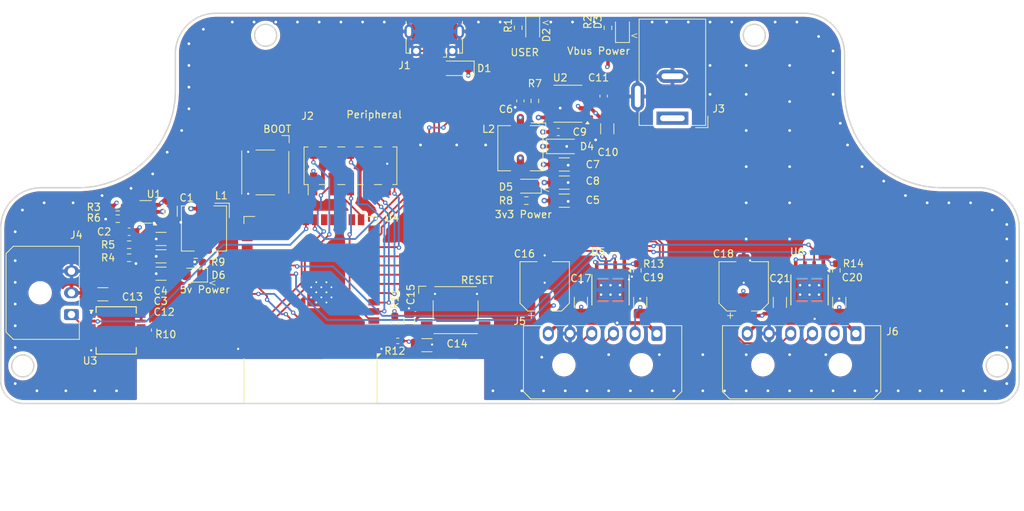
<source format=kicad_pcb>
(kicad_pcb (version 20241229) (generator "pcbnew") (generator_version "9.0")
  (layers (0 "F.Cu" signal) (4 "In1.Cu" signal) (6 "In2.Cu" signal) (2 "B.Cu" signal) (13 "F.Paste" user) (15 "B.Paste" user) (5 "F.SilkS" user "F.Silkscreen") (7 "B.SilkS" user "B.Silkscreen") (1 "F.Mask" user) (3 "B.Mask" user) (25 "Edge.Cuts" user))
  (net 0 "")
  (net 1 "Net-(U1-VBST)")
  (net 2 "Net-(U2-BOOT)")
  (net 3 "Net-(U2-SS)")
  (net 4 "Net-(D1-A)")
  (net 5 "Net-(D2-K)")
  (net 6 "GND")
  (net 7 "+3.3V")
  (net 8 "Net-(C6-Pad1)")
  (net 9 "Net-(D3-A)")
  (net 10 "+5V")
  (net 11 "Net-(D5-K)")
  (net 13 "Net-(D2-A)")
  (net 14 "Net-(J4-Pin_1)")
  (net 15 "Net-(J5-Pin_1)")
  (net 16 "Net-(J5-Pin_6)")
  (net 17 "Net-(U1-EN)")
  (net 18 "Net-(U1-VFB)")
  (net 19 "Net-(U2-COMP)")
  (net 20 "Net-(U4-3V3)")
  (net 21 "Net-(U5-ILIM)")
  (net 30 "/NEOPIX")
  (net 31 "VBUS")
  (net 34 "/D+")
  (net 35 "/D-")
  (net 37 "/SW_NODE")
  (net 38 "/EN")
  (net 39 "/BOOT")
  (net 40 "/GPIO09")
  (net 41 "/GPIO03")
  (net 42 "/GPIO02")
  (net 43 "/GPIO10")
  (net 44 "/GPIO11")
  (net 45 "/GPIO14")
  (net 46 "/GPIO08")
  (net 47 "/GPIO07")
  (net 48 "/GPIO04")
  (net 49 "/GPIO01")
  (net 50 "/GPIO06")
  (net 51 "/GPIO05")
  (net 52 "/GPIO48")
  (net 53 "/GPIO45")
  (net 54 "/GPIO47")
  (net 55 "/GPIO42")
  (net 56 "/GPIO46")
  (net 57 "/GPIO21")
  (net 59 "Net-(D6-K)")
  (net 60 "/SW_NODE_5V")
  (net 61 "/E1b")
  (net 62 "Net-(J6-Pin_1)")
  (net 63 "Net-(J6-Pin_6)")
  (net 64 "Net-(U6-ILIM)")
  (net 65 "/E1a")
  (net 66 "/M1a")
  (net 67 "/M1b")
  (net 68 "/E2a")
  (net 69 "/E2b")
  (net 70 "/M2a")
  (net 71 "/M2b")
  (net 72 "/5V_NEOPIX")
  (footprint "LED_SMD:LED_0805_2012Metric_Pad1.15x1.40mm_HandSolder" (layer "F.Cu") (at 112.706127 91 180)
    (property "Reference" "D6")
    (property "Value" "5v Power")
  )
  (footprint "Package_SO:SSOP-14_5.3x6.2mm_P0.65mm" (layer "F.Cu") (at 101.95 98.65)
    (property "Reference" "U3")
    (property "Value" "74AHCT125")
  )
  (footprint "Resistor_SMD:R_0603_1608Metric_Pad0.98x0.95mm_HandSolder" (layer "F.Cu") (at 102.168627 81.6)
    (property "Reference" "R3")
    (property "Value" "22k")
  )
  (footprint "Capacitor_SMD:C_1206_3216Metric_Pad1.33x1.80mm_HandSolder" (layer "F.Cu") (at 163.8625 78.2)
    (property "Reference" "C8")
    (property "Value" "10u")
  )
  (footprint "Capacitor_SMD:C_0603_1608Metric_Pad1.08x0.95mm_HandSolder" (layer "F.Cu") (at 157.8 66.9125 -90)
    (property "Reference" "C6")
    (property "Value" "10n")
  )
  (footprint "Capacitor_SMD:C_1206_3216Metric_Pad1.33x1.80mm_HandSolder" (layer "F.Cu") (at 100.1125 93.65 180)
    (property "Reference" "C13")
    (property "Value" "10u")
  )
  (footprint "Capacitor_SMD:C_1206_3216Metric_Pad1.33x1.80mm_HandSolder" (layer "F.Cu") (at 163.8625 80.7)
    (property "Reference" "C5")
    (property "Value" "10u")
  )
  (footprint "Resistor_SMD:R_0603_1608Metric_Pad0.98x0.95mm_HandSolder" (layer "F.Cu") (at 103.743627 88.6)
    (property "Reference" "R4")
    (property "Value" "10k")
  )
  (footprint "Resistor_SMD:R_0603_1608Metric_Pad0.98x0.95mm_HandSolder" (layer "F.Cu") (at 103.743627 86.8)
    (property "Reference" "R5")
    (property "Value" "54.9k")
  )
  (footprint "Package_SO:Texas_HTSOP-8-1EP_3.9x4.9mm_P1.27mm_EP2.95x4.9mm_Mask2.4x3.1mm_ThermalVias" (layer "F.Cu") (at 170.25 93.05 -90)
    (property "Reference" "U5")
    (property "Value" "DRV8871DDA")
  )
  (footprint "Resistor_SMD:R_0402_1005Metric_Pad0.72x0.64mm_HandSolder" (layer "F.Cu") (at 140.8525 100.09)
    (property "Reference" "R12")
    (property "Value" "0R")
  )
  (footprint "LED_SMD:LED_0805_2012Metric_Pad1.15x1.40mm_HandSolder" (layer "F.Cu") (at 159.5 57.075 -90)
    (property "Reference" "D2")
    (property "Value" "USER")
  )
  (footprint "Connector_BarrelJack:BarrelJack_Wuerth_6941xx301002" (layer "F.Cu") (at 178.8 69.3 180)
    (property "Reference" "J3")
    (property "Value" "Barrel_Jack_Switch")
  )
  (footprint "Connector_Molex:Molex_Micro-Fit_3.0_43650-0300_1x03_P3.00mm_Horizontal" (layer "F.Cu") (at 95.77 96.45 90)
    (property "Reference" "J4")
    (property "Value" "NeoPixels")
  )
  (footprint "Connector_PinHeader_2.54mm:PinHeader_2x05_P2.54mm_Vertical_SMD" (layer "F.Cu") (at 134.32 75.875 90)
    (property "Reference" "J2")
    (property "Value" "Peripheral")
  )
  (footprint "Resistor_SMD:R_0603_1608Metric_Pad0.98x0.95mm_HandSolder" (layer "F.Cu") (at 201.45 90.3375 -90)
    (property "Reference" "R14")
    (property "Value" "68k")
  )
  (footprint "Diode_SMD:D_SOD-123F" (layer "F.Cu") (at 149.2 62.4 180)
    (property "Reference" "D1")
    (property "Value" "MBR120VLSFT1G")
  )
  (footprint "Package_SO:SOIC-8_3.9x4.9mm_P1.27mm" (layer "F.Cu") (at 164.3675 67.295 180)
    (property "Reference" "U2")
    (property "Value" "TPS5403")
  )
  (footprint "Capacitor_SMD:CP_Elec_6.3x7.7" (layer "F.Cu") (at 161.155 92.55 90)
    (property "Reference" "C16")
    (property "Value" "100u")
  )
  (footprint "Button_Switch_SMD:SW_SPST_Omron_B3FS-101xP" (layer "F.Cu") (at 148.85 95.84)
    (property "Reference" "SW2")
    (property "Value" "RESET")
  )
  (footprint "Capacitor_SMD:C_1206_3216Metric_Pad1.33x1.80mm_HandSolder" (layer "F.Cu") (at 166.155 94.77 -90)
    (property "Reference" "C17")
    (property "Value" "10u")
  )
  (footprint "Resistor_SMD:R_0603_1608Metric_Pad0.98x0.95mm_HandSolder" (layer "F.Cu") (at 102.168627 83.2 180)
    (property "Reference" "R6")
    (property "Value" "10k")
  )
  (footprint "Connector_USB:USB_Micro-B_Molex-105017-0001" (layer "F.Cu") (at 145.9 58.5375 180)
    (property "Reference" "J1")
    (property "Value" "USB_B_Micro")
  )
  (footprint "Package_TO_SOT_SMD:SOT-23-6" (layer "F.Cu") (at 106.018627 82.25 180)
    (property "Reference" "U1")
    (property "Value" "TPS563200")
  )
  (footprint "Resistor_SMD:R_0603_1608Metric_Pad0.98x0.95mm_HandSolder" (layer "F.Cu") (at 169.9 56.8 90)
    (property "Reference" "R2")
    (property "Value" "10k")
  )
  (footprint "Resistor_SMD:R_0402_1005Metric_Pad0.72x0.64mm_HandSolder" (layer "F.Cu") (at 107.2 98.6025 -90)
    (property "Reference" "R10")
    (property "Value" "0R")
  )
  (footprint "Resistor_SMD:R_0603_1608Metric_Pad0.98x0.95mm_HandSolder" (layer "F.Cu") (at 159.8 66.9125 90)
    (property "Reference" "R7")
    (property "Value" "10k")
  )
  (footprint "Capacitor_SMD:C_0603_1608Metric_Pad1.08x0.95mm_HandSolder" (layer "F.Cu") (at 169.3 66.245 -90)
    (property "Reference" "C11")
    (property "Value" "10n")
  )
  (footprint "Resistor_SMD:R_0603_1608Metric_Pad0.98x0.95mm_HandSolder" (layer "F.Cu") (at 158.625 80.7)
    (property "Reference" "R8")
    (property "Value" "220R")
  )
  (footprint "Capacitor_SMD:C_1206_3216Metric_Pad1.33x1.80mm_HandSolder" (layer "F.Cu") (at 108.151127 86 180)
    (property "Reference" "C4")
    (property "Value" "10u")
  )
  (footprint "Capacitor_SMD:C_1206_3216Metric_Pad1.33x1.80mm_HandSolder" (layer "F.Cu") (at 174.355 94.77 -90)
    (property "Reference" "C19")
    (property "Value" "10u")
  )
  (footprint "Button_Switch_SMD:SW_SPST_Omron_B3FS-101xP" (layer "F.Cu") (at 122.55 76.8 -90)
    (property "Reference" "SW1")
    (property "Value" "BOOT")
  )
  (footprint "LED_SMD:LED_0805_2012Metric_Pad1.15x1.40mm_HandSolder" (layer "F.Cu") (at 171.9 56.975 90)
    (property "Reference" "D3")
    (property "Value" "Vbus Power")
  )
  (footprint "Capacitor_SMD:C_1206_3216Metric_Pad1.33x1.80mm_HandSolder" (layer "F.Cu") (at 108.151127 88.4 180)
    (property "Reference" "C3")
    (property "Value" "10u")
  )
  (footprint "Capacitor_SMD:C_1206_3216Metric_Pad1.33x1.80mm_HandSolder" (layer "F.Cu") (at 193.65 94.77 -90)
    (property "Reference" "C21")
    (property "Value" "10u")
  )
  (footprint "Resistor_SMD:R_0603_1608Metric_Pad0.98x0.95mm_HandSolder" (layer "F.Cu") (at 112.951127 89.2)
    (property "Reference" "R9")
    (property "Value" "1k")
  )
  (footprint "Capacitor_SMD:C_1206_3216Metric_Pad1.33x1.80mm_HandSolder" (layer "F.Cu") (at 108.151127 90.8 180)
    (property "Reference" "C12")
    (property "Value" "10u")
  )
  (footprint "Capacitor_SMD:C_1206_3216Metric_Pad1.33x1.80mm_HandSolder" (layer "F.Cu") (at 201.85 94.77 -90)
    (property "Reference" "C20")
    (property "Value" "10u")
  )
  (footprint "Capacitor_SMD:C_0603_1608Metric_Pad1.08x0.95mm_HandSolder" (layer "F.Cu") (at 103.743627 85)
    (property "Reference" "C2")
    (property "Value" "0.1u")
  )
  (footprint "Capacitor_SMD:C_0603_1608Metric_Pad1.08x0.95mm_HandSolder" (layer "F.Cu") (at 163.0325 71.2 180)
    (property "Reference" "C9")
    (property "Value" "0.1u")
  )
  (footprint "Capacitor_SMD:C_1206_3216Metric_Pad1.33x1.80mm_HandSolder" (layer "F.Cu") (at 109.481127 82.1625 -90)
    (property "Reference" "C1")
    (property "Value" "10u")
  )
  (footprint "LED_SMD:LED_0805_2012Metric_Pad1.15x1.40mm_HandSolder" (layer "F.Cu") (at 158.825 78.7 180)
    (property "Reference" "D5")
    (property "Value" "3v3 Power")
  )
  (footprint "RF_Module:ESP32-S3-WROOM-1" (layer "F.Cu") (at 128.8 95.84 180)
    (property "Reference" "U4")
    (property "Value" "ESP32-S3-WROOM-1")
  )
  (footprint "Resistor_SMD:R_0603_1608Metric_Pad0.98x0.95mm_HandSolder" (layer "F.Cu") (at 157.5 56.7875 90)
    (property "Reference" "R1")
    (property "Value" "1k")
  )
  (footprint "Capacitor_SMD:C_1206_3216Metric_Pad1.33x1.80mm_HandSolder" (layer "F.Cu") (at 144.8875 100.69)
    (property "Reference" "C14")
    (property "Value" "10u")
  )
  (footprint "Resistor_SMD:R_0603_1608Metric_Pad0.98x0.95mm_HandSolder" (layer "F.Cu") (at 140.45 97.59 -90)
    (property "Reference" "R11")
    (property "Value" "10k")
  )
  (footprint "Inductor_SMD:L_TDK_SLF6025" (layer "F.Cu") (at 157.8 73.45 -90)
    (property "Reference" "L2")
    (property "Value" "4.7u")
  )
  (footprint "Resistor_SMD:R_0603_1608Metric_Pad0.98x0.95mm_HandSolder" (layer "F.Cu") (at 173.955 90.3375 -90)
    (property "Reference" "R13")
    (property "Value" "68k")
  )
  (footprint "Capacitor_SMD:C_1206_3216Metric_Pad1.33x1.80mm_HandSolder" (layer "F.Cu") (at 163.8625 75.7)
    (property "Reference" "C7")
    (property "Value" "10u")
  )
  (footprint "Capacitor_SMD:CP_Elec_6.3x7.7" (layer "F.Cu") (at 188.65 92.55 90)
    (property "Reference" "C18")
    (property "Value" "100u")
  )
  (footprint "Diode_SMD:D_SOD-123F" (layer "F.Cu") (at 163.6275 73.2)
    (property "Reference" "D4")
    (property "Value" "MBR120VLSFT1G")
  )
  (footprint "Package_SO:Texas_HTSOP-8-1EP_3.9x4.9mm_P1.27mm_EP2.95x4.9mm_Mask2.4x3.1mm_ThermalVias" (layer "F.Cu") (at 197.745 93.05 -90)
    (property "Reference" "U6")
    (property "Value" "DRV8871DDA")
  )
  (footprint "Inductor_SMD:L_TDK_SLF6025" (layer "F.Cu") (at 114.081127 84.55 -90)
    (property "Reference" "L1")
    (property "Value" "4.7u")
  )
  (footprint "Capacitor_SMD:C_0805_2012Metric_Pad1.18x1.45mm_HandSolder" (layer "F.Cu") (at 142.45 97.36 90)
    (property "Reference" "C15")
    (property "Value" "1u")
  )
  (footprint "Connector_Molex:Molex_Micro-Fit_3.0_43650-0600_1x06_P3.00mm_Horizontal" (layer "F.Cu") (at 204.15 99.08 180)
    (property "Reference" "J6")
    (property "Value" "Motor")
  )
  (footprint "Connector_Molex:Molex_Micro-Fit_3.0_43650-0600_1x06_P3.00mm_Horizontal" (layer "F.Cu") (at 176.655 99.08 180)
    (property "Reference" "J5")
    (property "Value" "Motor")
  )
  (footprint "Capacitor_SMD:C_1206_3216Metric_Pad1.33x1.80mm_HandSolder" (layer "F.Cu") (at 169.8 70.7625 -90)
    (property "Reference" "C10")
    (property "Value" "10u")
  )
  (gr_arc (start 216.048 78.912) (mid 206.528929 74.969071) (end 202.586 65.45) (stroke (width 0.2)) (layer "Edge.Cuts"))
  (gr_line (start 110.13 60.37) (end 110.13 65.449998) (stroke (width 0.2)) (layer "Edge.Cuts"))
  (gr_arc (start 196.998 54.782) (mid 200.949313 56.418687) (end 202.586 60.37) (stroke (width 0.2)) (layer "Edge.Cuts"))
  (gr_arc (start 226.716 105.582) (mid 225.786064 107.827064) (end 223.541 108.757) (stroke (width 0.2)) (layer "Edge.Cuts"))
  (gr_arc (start 221.128 78.912) (mid 225.079313 80.548687) (end 226.716 84.5) (stroke (width 0.2)) (layer "Edge.Cuts"))
  (gr_arc (start 89.175 108.757) (mid 86.929936 107.827064) (end 86 105.582) (stroke (width 0.2)) (layer "Edge.Cuts"))
  (gr_arc (start 110.13 65.449998) (mid 106.187071 74.969071) (end 96.667998 78.912) (stroke (width 0.2)) (layer "Edge.Cuts"))
  (gr_arc (start 110.13 60.37) (mid 111.766687 56.418687) (end 115.718 54.782) (stroke (width 0.2)) (layer "Edge.Cuts"))
  (gr_line (start 96.667998 78.912) (end 91.588 78.912) (stroke (width 0.2)) (layer "Edge.Cuts"))
  (gr_line (start 196.998 54.782) (end 115.718 54.782) (stroke (width 0.2)) (layer "Edge.Cuts"))
  (gr_circle (center 89.048 103.55) (end 90.572 103.55) (stroke (width 0.2)) (fill no) (layer "Edge.Cuts"))
  (gr_line (start 202.586 60.37) (end 202.586 65.45) (stroke (width 0.2)) (layer "Edge.Cuts"))
  (gr_line (start 216.048 78.912) (end 221.128 78.912) (stroke (width 0.2)) (layer "Edge.Cuts"))
  (gr_line (start 86 84.5) (end 86 105.582) (stroke (width 0.2)) (layer "Edge.Cuts"))
  (gr_circle (center 190.117871 57.83) (end 191.641871 57.83) (stroke (width 0.2)) (fill no) (layer "Edge.Cuts"))
  (gr_circle (center 223.668 103.55) (end 225.192 103.55) (stroke (width 0.2)) (fill no) (layer "Edge.Cuts"))
  (gr_circle (center 122.598129 57.83) (end 124.122129 57.83) (stroke (width 0.2)) (fill no) (layer "Edge.Cuts"))
  (gr_line (start 226.716 84.5) (end 226.716 105.582) (stroke (width 0.2)) (layer "Edge.Cuts"))
  (gr_arc (start 86 84.5) (mid 87.636687 80.548687) (end 91.588 78.912) (stroke (width 0.2)) (layer "Edge.Cuts"))
  (gr_line (start 89.175 108.757) (end 223.541 108.757) (stroke (width 0.2)) (layer "Edge.Cuts"))
  (gr_text "<" (at 172.86 58.4 0) (layer "F.SilkS") (effects (font (size 1 1) (thickness 0.1)) (justify left bottom)))
  (gr_text "<" (at 160.685 79.66 0) (layer "F.SilkS") (effects (font (size 1 1) (thickness 0.1)) (justify left bottom)))
  (gr_text "<" (at 160.6 56.6 0) (layer "F.SilkS") (effects (font (size 1 1) (thickness 0.1)) (justify left bottom)))
  (gr_text "<" (at 114.566127 92.6 0) (layer "F.SilkS") (effects (font (size 1 1) (thickness 0.1)) (justify left bottom)))
  (segment (start 104.881127 83.2) (end 103.081127 85) (width 0.25) (layer "F.Cu") (net 1))
  (segment (start 103.081127 85) (end 102.881127 85) (width 0.25) (layer "F.Cu") (net 1))
  (segment (start 164.8425 71.2) (end 163.895 71.2) (width 0.25) (layer "F.Cu") (net 2))
  (segment (start 166.8425 69.2) (end 164.8425 71.2) (width 0.25) (layer "F.Cu") (net 2))
  (segment (start 166.85 65.3825) (end 166.8425 65.39) (width 0.25) (layer "F.Cu") (net 3))
  (segment (start 169.3 65.3825) (end 166.85 65.3825) (width 0.25) (layer "F.Cu") (net 3))
  (segment (start 147.2 61.8) (end 147.8 62.4) (width 0.25) (layer "F.Cu") (net 4))
  (segment (start 147.2 60) (end 147.2 61.8) (width 0.25) (layer "F.Cu") (net 4))
  (segment (start 159.325 55.875) (end 159.5 56.05) (width 0.25) (layer "F.Cu") (net 5))
  (segment (start 157.5 55.875) (end 159.325 55.875) (width 0.25) (layer "F.Cu") (net 5))
  (segment (start 107.156127 83.2) (end 107.156127 83.775) (width 0.25) (layer "F.Cu") (net 6))
  (segment (start 173.23 91.25) (end 173.19 91.21) (width 0.5) (layer "F.Cu") (net 6))
  (segment (start 170.25 93.05) (end 171.35 93.05) (width 0.5) (layer "F.Cu") (net 6))
  (segment (start 144.6 60) (end 143.4 60) (width 0.25) (layer "F.Cu") (net 6))
  (segment (start 188.65 89.85) (end 189.523471 88.976529) (width 0.5) (layer "F.Cu") (net 6))
  (segment (start 146.45 100.69) (end 145.69 100.69) (width 0.25) (layer "F.Cu") (net 6))
  (segment (start 142.45 95.65) (end 142.4 95.6) (width 0.25) (layer "F.Cu") (net 6))
  (segment (start 157.105 67.775) (end 157.08 67.8) (width 0.25) (layer "F.Cu") (net 6))
  (segment (start 170.885 97.308302) (end 171.170782 97.594084) (width 0.25) (layer "F.Cu") (net 6))
  (segment (start 109.481127 83.725) (end 110.856127 83.725) (width 0.5) (layer "F.Cu") (net 6))
  (segment (start 120.05 101.1) (end 118.9 101.1) (width 0.25) (layer "F.Cu") (net 6))
  (segment (start 161.8925 67.93) (end 163.27 67.93) (width 0.25) (layer "F.Cu") (net 6))
  (segment (start 188.65 89.85) (end 188.65 92.05) (width 0.5) (layer "F.Cu") (net 6))
  (segment (start 163.27 67.93) (end 163.3 67.9) (width 0.25) (layer "F.Cu") (net 6))
  (segment (start 142.45 96.3225) (end 142.45 95.65) (width 0.25) (layer "F.Cu") (net 6))
  (segment (start 170.885 95.925) (end 170.885 97.308302) (width 0.25) (layer "F.Cu") (net 6))
  (segment (start 98.5 96.7) (end 98.5 96.2) (width 0.25) (layer "F.Cu") (net 6))
  (segment (start 161.155 88.274) (end 161.155 89.85) (width 0.5) (layer "F.Cu") (net 6))
  (segment (start 112.761373 89.2) (end 112.796127 89.165246) (width 0.25) (layer "F.Cu") (net 6))
  (segment (start 164.4 75.8) (end 165.325 75.8) (width 0.5) (layer "F.Cu") (net 6))
  (segment (start 198.38 95.925) (end 198.38 96.98) (width 0.5) (layer "F.Cu") (net 6))
  (segment (start 151.81 93.59) (end 151.8 93.6) (width 0.25) (layer "F.Cu") (net 6))
  (segment (start 169.8 72.325) (end 168.225 72.325) (width 0.5) (layer "F.Cu") (net 6))
  (segment (start 173.19 91.21) (end 172.155 90.175) (width 0.25) (layer "F.Cu") (net 6))
  (segment (start 164.5 80.7) (end 164.4 80.8) (width 0.5) (layer "F.Cu") (net 6))
  (segment (start 165.325 75.8) (end 165.425 75.7) (width 0.5) (layer "F.Cu") (net 6))
  (segment (start 106.588627 90.8) (end 107.481127 90.8) (width 0.5) (layer "F.Cu") (net 6))
  (segment (start 157.8 67.775) (end 157.105 67.775) (width 0.25) (layer "F.Cu") (net 6))
  (segment (start 171.35 93.05) (end 172.8 91.6) (width 0.5) (layer "F.Cu") (net 6))
  (segment (start 145.69 100.69) (end 145.6 100.6) (width 0.25) (layer "F.Cu") (net 6))
  (segment (start 145.99 93.59) (end 146 93.6) (width 0.25) (layer "F.Cu") (net 6))
  (segment (start 107.156127 83.775) (end 107.181127 83.8) (width 0.25) (layer "F.Cu") (net 6))
  (segment (start 165.0275 73.2) (end 164.2 73.2) (width 0.5) (layer "F.Cu") (net 6))
  (segment (start 174.355 93.2075) (end 174.355 94.25) (width 0.5) (layer "F.Cu") (net 6))
  (segment (start 201.85 93.2075) (end 201.85 94.25) (width 0.5) (layer "F.Cu") (net 6))
  (segment (start 168.225 72.325) (end 168.2 72.3) (width 0.5) (layer "F.Cu") (net 6))
  (segment (start 101.256127 83.2) (end 100.55 83.2) (width 0.25) (layer "F.Cu") (net 6))
  (segment (start 110.856127 83.725) (end 110.881127 83.7) (width 0.5) (layer "F.Cu") (net 6))
  (segment (start 139.4 78.4) (end 139.4 75.6) (width 0.25) (layer "F.Cu") (net 6))
  (segment (start 197.745 93.05) (end 198.925 93.05) (width 0.5) (layer "F.Cu") (net 6))
  (segment (start 198.38 96.98) (end 198.45 97.05) (width 0.5) (layer "F.Cu") (net 6))
  (segment (start 120.3 73.84) (end 120.19 73.95) (width 0.25) (layer "F.Cu") (net 6))
  (segment (start 120.3 79.86) (end 120.19 79.75) (width 0.25) (layer "F.Cu") (net 6))
  (segment (start 138.5 101.1) (end 138.6 101.2) (width 0.25) (layer "F.Cu") (net 6))
  (segment (start 144.85 93.59) (end 145.99 93.59) (width 0.25) (layer "F.Cu") (net 6))
  (segment (start 120.3 80.8) (end 120.3 79.86) (width 0.25) (layer "F.Cu") (net 6))
  (segment (start 118.9 101.1) (end 118.8 101.2) (width 0.25) (layer "F.Cu") (net 6))
  (segment (start 200.725 91.25) (end 199.65 90.175) (width 0.25) (layer "F.Cu") (net 6))
  (segment (start 104.656127 89.375) (end 104.681127 89.4) (width 0.25) (layer "F.Cu") (net 6))
  (segment (start 166.155 93.2075) (end 166.155 92.05) (width 0.5) (layer "F.Cu") (net 6))
  (segment (start 201.45 91.25) (end 200.725 91.25) (width 0.25) (layer "F.Cu") (net 6))
  (segment (start 198.925 93.05) (end 200.725 91.25) (width 0.5) (layer "F.Cu") (net 6))
  (segment (start 165.425 80.7) (end 164.5 80.7) (width 0.5) (layer "F.Cu") (net 6))
  (segment (start 98.5 100.6) (end 98.5 101.4) (width 0.25) (layer "F.Cu") (net 6))
  (segment (start 106.588627 88.4) (end 107.481127 88.4) (width 0.5) (layer "F.Cu") (net 6))
  (segment (start 161.155 89.85) (end 161.155 92.05) (width 0.5) (layer "F.Cu") (net 6))
  (segment (start 106.588627 86) (end 107.481127 86) (width 0.5) (layer "F.Cu") (net 6))
  (segment (start 100.55 83.2) (end 100.5 83.25) (width 0.25) (layer "F.Cu") (net 6))
  (segment (start 104.656127 88.6) (end 104.656127 89.375) (width 0.25) (layer "F.Cu") (net 6))
  (segment (start 112.038627 89.2) (end 112.761373 89.2) (width 0.25) (layer "F.Cu") (net 6))
  (segment (start 173.955 91.25) (end 173.23 91.25) (width 0.5) (layer "F.Cu") (net 6))
  (segment (start 193.65 93.2075) (end 193.65 92.05) (width 0.5) (layer "F.Cu") (net 6))
  (segment (start 137.55 101.1) (end 138.5 101.1) (width 0.25) (layer "F.Cu") (net 6))
  (segment (start 152.85 93.59) (end 151.81 93.59) (width 0.25) (layer "F.Cu") (net 6))
  (segment (start 120.3 72.8) (end 120.3 73.84) (width 0.25) (layer "F.Cu") (net 6))
  (segment (start 165.425 78.2) (end 164.4 78.2) (width 0.5) (layer "F.Cu") (net 6))
  (via (at 195 76) (size 0.76) (drill 0.38) (layers "F.Cu" "B.Cu") (net 6))
  (via (at 188.65 92.05) (size 0.6) (drill 0.3) (layers "F.Cu" "B.Cu") (net 6))
  (via (at 121 56) (size 0.76) (drill 0.38) (layers "F.Cu" "B.Cu") (net 6))
  (via (at 107.181127 83.8) (size 0.76) (drill 0.38) (layers "F.Cu" "B.Cu") (net 6))
  (via (at 189 86) (size 0.76) (drill 0.38) (layers "F.Cu" "B.Cu") (net 6))
  (via (at 187 56) (size 0.76) (drill 0.38) (layers "F.Cu" "B.Cu") (net 6))
  (via (at 201 107) (size 0.76) (drill 0.38) (layers "F.Cu" "B.Cu") (net 6))
  (via (at 162 56) (size 0.76) (drill 0.38) (layers "F.Cu" "B.Cu") (net 6))
  (via (at 213 107) (size 0.76) (drill 0.38) (layers "F.Cu" "B.Cu") (net 6))
  (via (at 88 98) (size 0.76) (drill 0.38) (layers "F.Cu" "B.Cu") (net 6))
  (via (at 155 56) (size 0.76) (drill 0.38) (layers "F.Cu" "B.Cu") (net 6))
  (via (at 96 81) (size 0.76) (drill 0.38) (layers "F.Cu" "B.Cu") (net 6))
  (via (at 195 107) (size 0.76) (drill 0.38) (layers "F.Cu" "B.Cu") (net 6))
  (via (at 120.19 79.75) (size 0.6) (drill 0.3) (layers "F.Cu" "B.Cu") (net 6))
  (via (at 158 107) (size 0.76) (drill 0.38) (layers "F.Cu" "B.Cu") (net 6))
  (via (at 114 57) (size 0.76) (drill 0.38) (layers "F.Cu" "B.Cu") (net 6))
  (via (at 211 80) (size 0.76) (drill 0.38) (layers "F.Cu" "B.Cu") (net 6))
  (via (at 157.08 67.8) (size 0.76) (drill 0.38) (layers "F.Cu" "B.Cu") (net 6))
  (via (at 202 70) (size 0.76) (drill 0.38) (layers "F.Cu" "B.Cu") (net 6))
  (via (at 88 101) (size 0.76) (drill 0.38) (layers "F.Cu" "B.Cu") (net 6))
  (via (at 189 107) (size 0.76) (drill 0.38) (layers "F.Cu" "B.Cu") (net 6))
  (via (at 220 81) (size 0.76) (drill 0.38) (layers "F.Cu" "B.Cu") (net 6))
  (via (at 111 71) (size 0.76) (drill 0.38) (layers "F.Cu" "B.Cu") (net 6))
  (via (at 195 62) (size 0.76) (drill 0.38) (layers "F.Cu" "B.Cu") (net 6))
  (via (at 201 66) (size 0.76) (drill 0.38) (layers "F.Cu" "B.Cu") (net 6))
  (via (at 198.45 97.05) (size 0.6) (drill 0.3) (layers "F.Cu" "B.Cu") (net 6))
  (via (at 214 81) (size 0.76) (drill 0.38) (layers "F.Cu" "B.Cu") (net 6))
  (via (at 167 107) (size 0.76) (drill 0.38) (layers "F.Cu" "B.Cu") (net 6))
  (via (at 201 60) (size 0.76) (drill 0.38) (layers "F.Cu" "B.Cu") (net 6))
  (via (at 164.4 78.2) (size 0.76) (drill 0.38) (layers "F.Cu" "B.Cu") (net 6))
  (via (at 181 56) (size 0.76) (drill 0.38) (layers "F.Cu" "B.Cu") (net 6))
  (via (at 176 107) (size 0.76) (drill 0.38) (layers "F.Cu" "B.Cu") (net 6))
  (via (at 225 92) (size 0.76) (drill 0.38) (layers "F.Cu" "B.Cu") (net 6))
  (via (at 149 73) (size 0.76) (drill 0.38) (layers "F.Cu" "B.Cu") (net 6))
  (via (at 225 84) (size 0.76) (drill 0.38) (layers "F.Cu" "B.Cu") (net 6))
  (via (at 142.4 95.6) (size 0.6) (drill 0.3) (layers "F.Cu" "B.Cu") (net 6))
  (via (at 104 79) (size 0.76) (drill 0.38) (layers "F.Cu" "B.Cu") (net 6))
  (via (at 201 63) (size 0.76) (drill 0.38) (layers "F.Cu" "B.Cu") (net 6))
  (via (at 189 102) (size 0.76) (drill 0.38) (layers "F.Cu" "B.Cu") (net 6))
  (via (at 88 92) (size 0.76) (drill 0.38) (layers "F.Cu" "B.Cu") (net 6))
  (via (at 189.523471 88.976529) (size 0.6) (drill 0.3) (layers "F.Cu" "B.Cu") (net 6))
  (via (at 195 67) (size 0.76) (drill 0.38) (layers "F.Cu" "B.Cu") (net 6))
  (via (at 161 107) (size 0.76) (drill 0.38) (layers "F.Cu" "B.Cu") (net 6))
  (via (at 204 107) (size 0.76) (drill 0.38) (layers "F.Cu" "B.Cu") (net 6))
  (via (at 118.8 101.2) (size 0.6) (drill 0.3) (layers "F.Cu" "B.Cu") (net 6))
  (via (at 166.155 92.05) (size 0.6) (drill 0.3) (layers "F.Cu" "B.Cu") (net 6))
  (via (at 170 107) (size 0.76) (drill 0.38) (layers "F.Cu" "B.Cu") (net 6))
  (via (at 179 107) (size 0.76) (drill 0.38) (layers "F.Cu" "B.Cu") (net 6))
  (via (at 88 89) (size 0.76) (drill 0.38) (layers "F.Cu" "B.Cu") (net 6))
  (via (at 165 56) (size 0.76) (drill 0.38) (layers "F.Cu" "B.Cu") (net 6))
  (via (at 199 58) (size 0.76) (drill 0.38) (layers "F.Cu" "B.Cu") (net 6))
  (via (at 91 107) (size 0.76) (drill 0.38) (layers "F.Cu" "B.Cu") (net 6))
  (via (at 112 65) (size 0.76) (drill 0.38) (layers "F.Cu" "B.Cu") (net 6))
  (via (at 88 95) (size 0.76) (drill 0.38) (layers "F.Cu" "B.Cu") (net 6))
  (via (at 201.85 94.25) (size 0.6) (drill 0.3) (layers "F.Cu" "B.Cu") (net 6))
  (via (at 112 59) (size 0.76) (drill 0.38) (layers "F.Cu" "B.Cu") (net 6))
  (via (at 110.881127 83.7) (size 0.76) (drill 0.38) (layers "F.Cu" "B.Cu") (net 6))
  (via (at 223 82) (size 0.76) (drill 0.38) (layers "F.Cu" "B.Cu") (net 6))
  (via (at 112.796127 89.165246) (size 0.76) (drill 0.38) (layers "F.Cu" "B.Cu") (net 6))
  (via (at 172.8 91.6) (size 0.6) (drill 0.3) (layers "F.Cu" "B.Cu") (net 6))
  (via (at 164.4 80.8) (size 0.76) (drill 0.38) (layers "F.Cu" "B.Cu") (net 6))
  (via (at 98.5 101.4) (size 0.6) (drill 0.3) (layers "F.Cu" "B.Cu") (net 6))
  (via (at 168 56) (size 0.76) (drill 0.38) (layers "F.Cu" "B.Cu") (net 6))
  (via (at 205 76) (size 0.76) (drill 0.38) (layers "F.Cu" "B.Cu") (net 6))
  (via (at 225 101) (size 0.76) (drill 0.38) (layers "F.Cu" "B.Cu") (net 6))
  (via (at 120.19 73.95) (size 0.6) (drill 0.3) (layers "F.Cu" "B.Cu") (net 6))
  (via (at 170 102) (size 0.76) (drill 0.38) (layers "F.Cu" "B.Cu") (net 6))
  (via (at 160.752936 102.352) (size 0.76) (drill 0.38) (layers "F.Cu" "B.Cu") (net 6))
  (via (at 146 93.6) (size 0.6) (drill 0.3) (layers "F.Cu" "B.Cu") (net 6))
  (via (at 144 73) (size 0.76) (drill 0.38) (layers "F.Cu" "B.Cu") (net 6))
  (via (at 89 82) (size 0.76) (drill 0.38) (layers "F.Cu" "B.Cu") (net 6))
  (via (at 164.4 75.8) (size 0.76) (drill 0.38) (layers "F.Cu" "B.Cu") (net 6))
  (via (at 210 107) (size 0.76) (drill 0.38) (layers "F.Cu" "B.Cu") (net 6))
  (via (at 207 107) (size 0.76) (drill 0.38) (layers "F.Cu" "B.Cu") (net 6))
  (via (at 189 81) (size 0.76) (drill 0.38) (layers "F.Cu" "B.Cu") (net 6))
  (via (at 184 66) (size 0.76) (drill 0.38) (layers "F.Cu" "B.Cu") (net 6))
  (via (at 189 76) (size 0.76) (drill 0.38) (layers "F.Cu" "B.Cu") (net 6))
  (via (at 104.681127 89.4) (size 0.76) (drill 0.38) (layers "F.Cu" "B.Cu") (net 6))
  (via (at 98.5 96.2) (size 0.6) (drill 0.3) (layers "F.Cu" "B.Cu") (net 6))
  (via (at 225 86) (size 0.76) (drill 0.38) (layers "F.Cu" "B.Cu") (net 6))
  (via (at 100 80) (size 0.76) (drill 0.38) (layers "F.Cu" "B.Cu") (net 6))
  (via (at 189 71) (size 0.76) (drill 0.38) (layers "F.Cu" "B.Cu") (net 6))
  (via (at 163.3 67.9) (size 0.76) (drill 0.38) (layers "F.Cu" "B.Cu") (net 6))
  (via (at 195 102) (size 0.76) (drill 0.38) (layers "F.Cu" "B.Cu") (net 6))
  (via (at 200 102) (size 0.76) (drill 0.38) (layers "F.Cu" "B.Cu") (net 6))
  (via (at 196 56) (size 0.76) (drill 0.38) (layers "F.Cu" "B.Cu") (net 6))
  (via (at 177 102) (size 0.76) (drill 0.38) (layers "F.Cu" "B.Cu") (net 6))
  (via (at 222 107) (size 0.76) (drill 0.38) (layers "F.Cu" "B.Cu") (net 6))
  (via (at 107.481127 88.4) (size 0.76) (drill 0.38) (layers "F.Cu" "B.Cu") (net 6))
  (via (at 139.4 75.6) (size 0.6) (drill 0.3) (layers "F.Cu" "B.Cu") (net 6))
  (via (at 100.5 83.25) (size 0.76) (drill 0.38) (layers "F.Cu" "B.Cu") (net 6))
  (via (at 92 81) (size 0.76) (drill 0.38) (layers "F.Cu" "B.Cu") (net 6))
  (via (at 216 107) (size 0.76) (drill 0.38) (layers "F.Cu" "B.Cu") (net 6))
  (via (at 112 62) (size 0.76) (drill 0.38) (layers "F.Cu" "B.Cu") (net 6))
  (via (at 127 56) (size 0.76) (drill 0.38) (layers "F.Cu" "B.Cu") (net 6))
  (via (at 208 78) (size 0.76) (drill 0.38) (layers "F.Cu" "B.Cu") (net 6))
  (via (at 99 107) (size 0.76) (drill 0.38) (layers "F.Cu" "B.Cu") (net 6))
  (via (at 164.2 73.2) (size 0.76) (drill 0.38) (layers "F.Cu" "B.Cu") (net 6))
  (via (at 153 73) (size 0.76) (drill 0.38) (layers "F.Cu" "B.Cu") (net 6))
  (via (at 151.8 93.6) (size 0.6) (drill 0.3) (layers "F.Cu" "B.Cu") (net 6))
  (via (at 193 56) (size 0.76) (drill 0.38) (layers "F.Cu" "B.Cu") (net 6))
  (via (at 130 56) (size 0.76) (drill 0.38) (layers "F.Cu" "B.Cu") (net 6))
  (via (at 225 89) (size 0.76) (drill 0.38) (layers "F.Cu" "B.Cu") (net 6))
  (via (at 184 56) (size 0.76) (drill 0.38) (layers "F.Cu" "B.Cu") (net 6))
  (via (at 225 95) (size 0.76) (drill 0.38) (layers "F.Cu" "B.Cu") (net 6))
  (via (at 136 56) (size 0.76) (drill 0.38) (layers "F.Cu" "B.Cu") (net 6))
  (via (at 124 56) (size 0.76) (drill 0.38) (layers "F.Cu" "B.Cu") (net 6))
  (via (at 174.355 94.25) (size 0.6) (drill 0.3) (layers "F.Cu" "B.Cu") (net 6))
  (via (at 183 107) (size 0.76) (drill 0.38) (layers "F.Cu" "B.Cu") (net 6))
  (via (at 173 107) (size 0.76) (drill 0.38) (layers "F.Cu" "B.Cu") (net 6))
  (via (at 139 56) (size 0.76) (drill 0.38) (layers "F.Cu" "B.Cu") (net 6))
  (via (at 112 68) (size 0.76) (drill 0.38) (layers "F.Cu" "B.Cu") (net 6))
  (via (at 107.481127 86) (size 0.76) (drill 0.38) (layers "F.Cu" "B.Cu") (net 6))
  (via (at 171.170782 97.594084) (size 0.76) (drill 0.38) (layers "F.Cu" "B.Cu") (net 6))
  (via (at 183 102) (size 0.76) (drill 0.38) (layers "F.Cu" "B.Cu") (net 6))
  (via (at 138.6 101.2) (size 0.6) (drill 0.3) (layers "F.Cu" "B.Cu") (net 6))
  (via (at 133 56) (size 0.76) (drill 0.38) (layers "F.Cu" "B.Cu") (net 6))
  (via (at 107.481127 90.8) (size 0.76) (drill 0.38) (layers "F.Cu" "B.Cu") (net 6))
  (via (at 225 106) (size 0.76) (drill 0.38) (layers "F.Cu" "B.Cu") (net 6))
  (via (at 198 107) (size 0.76) (drill 0.38) (layers "F.Cu" "B.Cu") (net 6))
  (via (at 173.19 91.21) (size 0.6) (drill 0.3) (layers "F.Cu" "B.Cu") (net 6))
  (via (at 88 106) (size 0.76) (drill 0.38) (layers "F.Cu" "B.Cu") (net 6))
  (via (at 161.155 88.274) (size 0.6) (drill 0.3) (layers "F.Cu" "B.Cu") (net 6))
  (via (at 189 62) (size 0.76) (drill 0.38) (layers "F.Cu" "B.Cu") (net 6))
  (via (at 189 66) (size 0.76) (drill 0.38) (layers "F.Cu" "B.Cu") (net 6))
  (via (at 168.2 72.3) (size 0.76) (drill 0.38) (layers "F.Cu" "B.Cu") (net 6))
  (via (at 88 85) (size 0.76) (drill 0.38) (layers "F.Cu" "B.Cu") (net 6))
  (via (at 178 56) (size 0.76) (drill 0.38) (layers "F.Cu" "B.Cu") (net 6))
  (via (at 225 98) (size 0.76) (drill 0.38) (layers "F.Cu" "B.Cu") (net 6))
  (via (at 102 107) (size 0.76) (drill 0.38) (layers "F.Cu" "B.Cu") (net 6))
  (via (at 195 86) (size 0.76) (drill 0.38) (layers "F.Cu" "B.Cu") (net 6))
  (via (at 192 107) (size 0.76) (drill 0.38) (layers "F.Cu" "B.Cu") (net 6))
  (via (at 95 107) (size 0.76) (drill 0.38) (layers "F.Cu" "B.Cu") (net 6))
  (via (at 203 73) (size 0.76) (drill 0.38) (layers "F.Cu" "B.Cu") (net 6))
  (via (at 145.6 100.6) (size 0.6) (drill 0.3) (layers "F.Cu" "B.Cu") (net 6))
  (via (at 219 107) (size 0.76) (drill 0.38) (layers "F.Cu" "B.Cu") (net 6))
  (via (at 176 56) (size 0.76) (drill 0.38) (layers "F.Cu" "B.Cu") (net 6))
  (via (at 195 81) (size 0.76) (drill 0.38) (layers "F.Cu" "B.Cu") (net 6))
  (via (at 161.155 92.05) (size 0.6) (drill 0.3) (layers "F.Cu" "B.Cu") (net 6))
  (via (at 193.65 92.05) (size 0.6) (drill 0.3) (layers "F.Cu" "B.Cu") (net 6))
  (via (at 184 62) (size 0.76) (drill 0.38) (layers "F.Cu" "B.Cu") (net 6))
  (via (at 164 107) (size 0.76) (drill 0.38) (layers "F.Cu" "B.Cu") (net 6))
  (via (at 118 56) (size 0.76) (drill 0.38) (layers "F.Cu" "B.Cu") (net 6))
  (via (at 107 77) (size 0.76) (drill 0.38) (layers "F.Cu" "B.Cu") (net 6))
  (via (at 152 56) (size 0.76) (drill 0.38) (layers "F.Cu" "B.Cu") (net 6))
  (via (at 154 107) (size 0.76) (drill 0.38) (layers "F.Cu" "B.Cu") (net 6))
  (via (at 109 74) (size 0.76) (drill 0.38) (layers "F.Cu" "B.Cu") (net 6))
  (via (at 217 81) (size 0.76) (drill 0.38) (layers "F.Cu" "B.Cu") (net 6))
  (via (at 195 71) (size 0.76) (drill 0.38) (layers "F.Cu" "B.Cu") (net 6))
  (via (at 186 107) (size 0.76) (drill 0.38) (layers "F.Cu" "B.Cu") (net 6))
  (segment (start 173.19 91.21) (end 172.8 91.6) (width 0.5) (layer "B.Cu") (net 6))
  (segment (start 129.24 76.64) (end 129.2 76.6) (width 0.25) (layer "F.Cu") (net 7))
  (segment (start 156.375 74.775) (end 157.8 76.2) (width 0.25) (layer "F.Cu") (net 7))
  (segment (start 162.3 80.7) (end 161.1 80.7) (width 0.5) (layer "F.Cu") (net 7))
  (segment (start 142.835 100.2) (end 143.325 100.69) (width 0.25) (layer "F.Cu") (net 7))
  (segment (start 142.29 100.09) (end 142.4 100.2) (width 0.25) (layer "F.Cu") (net 7))
  (segment (start 174.355 96.3325) (end 174.355 95.45) (width 0.5) (layer "F.Cu") (net 7))
  (segment (start 162.3 78.2) (end 161.1 78.2) (width 0.5) (layer "F.Cu") (net 7))
  (segment (start 129.24 78.4) (end 129.24 76.64) (width 0.25) (layer "F.Cu") (net 7))
  (segment (start 201.85 96.3325) (end 201.85 95.45) (width 0.5) (layer "F.Cu") (net 7))
  (segment (start 161.8925 65.39) (end 161.592501 65.090001) (width 0.25) (layer "F.Cu") (net 7))
  (segment (start 141.45 100.09) (end 142.29 100.09) (width 0.25) (layer "F.Cu") (net 7))
  (segment (start 140.45 96.6775) (end 140.45 96.05) (width 0.25) (layer "F.Cu") (net 7))
  (segment (start 157.8 76.2) (end 157.8 74.8) (width 1) (layer "F.Cu") (net 7))
  (segment (start 157.8 78.7) (end 157.8 76.2) (width 0.25) (layer "F.Cu") (net 7))
  (segment (start 157.309999 65.090001) (end 156.375 66.025) (width 0.25) (layer "F.Cu") (net 7))
  (segment (start 162.3 75.7) (end 161 75.7) (width 0.5) (layer "F.Cu") (net 7))
  (segment (start 156.375 66.025) (end 156.375 74.775) (width 0.25) (layer "F.Cu") (net 7))
  (segment (start 161.592501 65.090001) (end 157.309999 65.090001) (width 0.25) (layer "F.Cu") (net 7))
  (segment (start 140.45 96.05) (end 140.4 96) (width 0.25) (layer "F.Cu") (net 7))
  (segment (start 142.4 100.2) (end 142.835 100.2) (width 0.25) (layer "F.Cu") (net 7))
  (via (at 157.8 74.8) (size 0.76) (drill 0.38) (layers "F.Cu" "B.Cu") (net 7))
  (via (at 161.1 80.7) (size 0.76) (drill 0.38) (layers "F.Cu" "B.Cu") (net 7))
  (via (at 140.4 96) (size 0.6) (drill 0.3) (layers "F.Cu" "B.Cu") (net 7))
  (via (at 161.1 78.2) (size 0.76) (drill 0.38) (layers "F.Cu" "B.Cu") (net 7))
  (via (at 142.4 100.2) (size 0.6) (drill 0.3) (layers "F.Cu" "B.Cu") (net 7))
  (via (at 129.2 76.6) (size 0.6) (drill 0.3) (layers "F.Cu" "B.Cu") (net 7))
  (via (at 201.85 95.45) (size 0.6) (drill 0.3) (layers "F.Cu" "B.Cu") (net 7))
  (via (at 161 75.7) (size 0.76) (drill 0.38) (layers "F.Cu" "B.Cu") (net 7))
  (via (at 174.355 95.45) (size 0.6) (drill 0.3) (layers "F.Cu" "B.Cu") (net 7))
  (segment (start 173.655 96.15) (end 173.655 99.08) (width 0.25) (layer "B.Cu") (net 7))
  (segment (start 174.355 95.45) (end 173.655 96.15) (width 0.25) (layer "B.Cu") (net 7))
  (segment (start 157.85 66) (end 157.8 66.05) (width 0.25) (layer "F.Cu") (net 8))
  (segment (start 159.8 66) (end 157.85 66) (width 0.25) (layer "F.Cu") (net 8))
  (segment (start 169.9 55.8875) (end 171.8375 55.8875) (width 0.25) (layer "F.Cu") (net 9))
  (segment (start 171.8375 55.8875) (end 171.9 55.95) (width 0.25) (layer "F.Cu") (net 9))
  (segment (start 109.713627 88.4) (end 110.881127 88.4) (width 0.5) (layer "F.Cu") (net 10))
  (segment (start 108.313627 92.2) (end 109.713627 90.8) (width 0.25) (layer "F.Cu") (net 10))
  (segment (start 105.601127 87.745) (end 105.601127 91.6951) (width 0.25) (layer "F.Cu") (net 10))
  (segment (start 109.713627 86) (end 110.981127 86) (width 0.5) (layer "F.Cu") (net 10))
  (segment (start 105.601127 91.6951) (end 106.106027 92.2) (width 0.25) (layer "F.Cu") (net 10))
  (segment (start 106.106027 92.2) (end 108.313627 92.2) (width 0.25) (layer "F.Cu") (net 10))
  (segment (start 109.713627 90.8) (end 110.881127 90.8) (width 0.5) (layer "F.Cu") (net 10))
  (segment (start 114.081127 87.3) (end 114.081127 85.9) (width 0.5) (layer "F.Cu") (net 10))
  (segment (start 104.656127 86.8) (end 105.601127 87.745) (width 0.25) (layer "F.Cu") (net 10))
  (segment (start 159.5375 80.7) (end 159.5375 79.0125) (width 0.25) (layer "F.Cu") (net 11))
  (segment (start 159.5375 79.0125) (end 159.85 78.7) (width 0.25) (layer "F.Cu") (net 11))
  (segment (start 159.5 58.1) (end 147.175 70.425) (width 0.25) (layer "F.Cu") (net 13))
  (segment (start 145.2 75.8) (end 137.8 83.2) (width 0.25) (layer "F.Cu") (net 13))
  (segment (start 145.2 70.6) (end 145.2 75.8) (width 0.25) (layer "F.Cu") (net 13))
  (segment (start 129.4 83.375) (end 129.435 83.34) (width 0.25) (layer "F.Cu") (net 13))
  (segment (start 129.4 84.6) (end 129.4 83.375) (width 0.25) (layer "F.Cu") (net 13))
  (segment (start 147.175 70.425) (end 147.175 70.6) (width 0.25) (layer "F.Cu") (net 13))
  (via (at 145.2 70.6) (size 0.6) (drill 0.3) (layers "F.Cu" "B.Cu") (net 13))
  (via (at 129.4 84.6) (size 0.6) (drill 0.3) (layers "F.Cu" "B.Cu") (net 13))
  (via (at 147.175 70.6) (size 0.6) (drill 0.3) (layers "F.Cu" "B.Cu") (net 13))
  (via (at 137.8 83.2) (size 0.6) (drill 0.3) (layers "F.Cu" "B.Cu") (net 13))
  (segment (start 137.8 83.2) (end 134.999 86.001) (width 0.25) (layer "B.Cu") (net 13))
  (segment (start 134.999 86.001) (end 130.801 86.001) (width 0.25) (layer "B.Cu") (net 13))
  (segment (start 130.801 86.001) (end 129.4 84.6) (width 0.25) (layer "B.Cu") (net 13))
  (segment (start 147.175 70.6) (end 145.2 70.6) (width 0.25) (layer "B.Cu") (net 13))
  (segment (start 95.77 96.45) (end 97.32 98) (width 0.25) (layer "F.Cu") (net 14))
  (segment (start 97.32 98) (end 98.5 98) (width 0.25) (layer "F.Cu") (net 14))
  (segment (start 172.999 97.619) (end 175.194 97.619) (width 0.5) (layer "F.Cu") (net 15))
  (segment (start 175.194 97.619) (end 176.655 99.08) (width 0.5) (layer "F.Cu") (net 15))
  (segment (start 172.155 95.925) (end 172.155 96.775) (width 0.5) (layer "F.Cu") (net 15))
  (segment (start 172.155 96.775) (end 172.999 97.619) (width 0.5) (layer "F.Cu") (net 15))
  (segment (start 168.903 97.619) (end 163.116 97.619) (width 0.5) (layer "F.Cu") (net 16))
  (segment (start 169.615 95.925) (end 169.615 96.907) (width 0.5) (layer "F.Cu") (net 16))
  (segment (start 163.116 97.619) (end 161.655 99.08) (width 0.5) (layer "F.Cu") (net 16))
  (segment (start 169.615 96.907) (end 168.903 97.619) (width 0.5) (layer "F.Cu") (net 16))
  (segment (start 104.031127 82.25) (end 103.081127 83.2) (width 0.25) (layer "F.Cu") (net 17))
  (segment (start 104.881127 82.25) (end 104.031127 82.25) (width 0.25) (layer "F.Cu") (net 17))
  (segment (start 104.881127 82.25) (end 103.731127 82.25) (width 0.25) (layer "F.Cu") (net 17))
  (segment (start 103.731127 82.25) (end 103.081127 81.6) (width 0.25) (layer "F.Cu") (net 17))
  (segment (start 105.481127 85.2249) (end 105.481127 85.464576) (width 0.25) (layer "F.Cu") (net 18))
  (segment (start 102.831127 88.6) (end 102.831127 86.8) (width 0.25) (layer "F.Cu") (net 18))
  (segment (start 104.945703 86) (end 103.631127 86) (width 0.25) (layer "F.Cu") (net 18))
  (segment (start 106.081127 81.837501) (end 106.081127 84.6249) (width 0.25) (layer "F.Cu") (net 18))
  (segment (start 103.631127 86) (end 102.831127 86.8) (width 0.25) (layer "F.Cu") (net 18))
  (segment (start 106.081127 84.6249) (end 105.481127 85.2249) (width 0.25) (layer "F.Cu") (net 18))
  (segment (start 105.481127 85.464576) (end 104.945703 86) (width 0.25) (layer "F.Cu") (net 18))
  (segment (start 104.881127 81.3) (end 105.543626 81.3) (width 0.25) (layer "F.Cu") (net 18))
  (segment (start 105.543626 81.3) (end 106.081127 81.837501) (width 0.25) (layer "F.Cu") (net 18))
  (segment (start 161.8925 66.66) (end 160.965 66.66) (width 0.25) (layer "F.Cu") (net 19))
  (segment (start 160.965 66.66) (end 159.8 67.825) (width 0.25) (layer "F.Cu") (net 19))
  (segment (start 137.55 99.83) (end 139.995 99.83) (width 0.5) (layer "F.Cu") (net 20))
  (segment (start 139.995 99.83) (end 140.255 100.09) (width 0.5) (layer "F.Cu") (net 20))
  (segment (start 168.347974 89.083749) (end 168.214254 89.083749) (width 0.25) (layer "F.Cu") (net 21))
  (segment (start 168.214254 89.083749) (end 168.129761 89.168242) (width 0.25) (layer "F.Cu") (net 21))
  (segment (start 168.355 89.090775) (end 168.347974 89.083749) (width 0.25) (layer "F.Cu") (net 21))
  (segment (start 168.355 90.165) (end 168.355 89.090775) (width 0.25) (layer "F.Cu") (net 21))
  (segment (start 173.38 89.425) (end 173.355 89.45) (width 0.25) (layer "F.Cu") (net 21))
  (segment (start 168.345 90.175) (end 168.355 90.165) (width 0.25) (layer "F.Cu") (net 21))
  (segment (start 173.955 89.425) (end 173.38 89.425) (width 0.25) (layer "F.Cu") (net 21))
  (segment (start 168.129761 89.168242) (end 168.129761 89.200257) (width 0.25) (layer "F.Cu") (net 21))
  (via (at 168.129761 89.200257) (size 0.6) (drill 0.3) (layers "F.Cu" "B.Cu") (net 21))
  (via (at 173.355 89.45) (size 0.6) (drill 0.3) (layers "F.Cu" "B.Cu") (net 21))
  (segment (start 173.355 89.45) (end 173.305 89.5) (width 0.25) (layer "B.Cu") (net 21))
  (segment (start 173.305 89.5) (end 168.429504 89.5) (width 0.25) (layer "B.Cu") (net 21))
  (segment (start 168.429504 89.5) (end 168.129761 89.200257) (width 0.25) (layer "B.Cu") (net 21))
  (segment (start 98.55 97.4) (end 98.5 97.35) (width 0.25) (layer "F.Cu") (net 30))
  (segment (start 128.165 84.565) (end 128.2 84.6) (width 0.25) (layer "F.Cu") (net 30))
  (segment (start 128.165 83.34) (end 128.165 84.565) (width 0.25) (layer "F.Cu") (net 30))
  (segment (start 99.4 97.4) (end 98.55 97.4) (width 0.25) (layer "F.Cu") (net 30))
  (via (at 128.2 84.6) (size 0.6) (drill 0.3) (layers "F.Cu" "B.Cu") (net 30))
  (via (at 99.4 97.4) (size 0.6) (drill 0.3) (layers "F.Cu" "B.Cu") (net 30))
  (segment (start 106.114702 97.4) (end 99.4 97.4) (width 0.25) (layer "B.Cu") (net 30))
  (segment (start 116.714702 86.8) (end 106.114702 97.4) (width 0.25) (layer "B.Cu") (net 30))
  (segment (start 128.2 84.6) (end 126 86.8) (width 0.25) (layer "B.Cu") (net 30))
  (segment (start 126 86.8) (end 116.714702 86.8) (width 0.25) (layer "B.Cu") (net 30))
  (segment (start 166.5625 95.925) (end 166.155 96.3325) (width 0.5) (layer "F.Cu") (net 31))
  (segment (start 195.84 95.925) (end 194.0575 95.925) (width 0.5) (layer "F.Cu") (net 31))
  (segment (start 188.65 93.25) (end 188.6 93.2) (width 0.25) (layer "F.Cu") (net 31))
  (segment (start 166.155 95.445) (end 166.2 95.4) (width 0.5) (layer "F.Cu") (net 31))
  (segment (start 168.345 95.925) (end 166.5625 95.925) (width 0.5) (layer "F.Cu") (net 31))
  (segment (start 101.4 81.6) (end 102 81) (width 0.5) (layer "F.Cu") (net 31))
  (segment (start 169.9 57.7125) (end 169.9 62.1) (width 0.5) (layer "F.Cu") (net 31))
  (segment (start 109.481127 80.6) (end 108.6 80.6) (width 0.5) (layer "F.Cu") (net 31))
  (segment (start 166.8425 67.93) (end 167.53 67.93) (width 0.5) (layer "F.Cu") (net 31))
  (segment (start 167.53 67.93) (end 168.2 68.6) (width 0.5) (layer "F.Cu") (net 31))
  (segment (start 188.65 95.25) (end 188.65 93.25) (width 0.25) (layer "F.Cu") (net 31))
  (segment (start 101.256127 81.6) (end 101.4 81.6) (width 0.5) (layer "F.Cu") (net 31))
  (segment (start 168.8 69.2) (end 168.2 68.6) (width 0.5) (layer "F.Cu") (net 31))
  (segment (start 107.9 81.3) (end 108.2 81) (width 0.5) (layer "F.Cu") (net 31))
  (segment (start 166.068527 67.93) (end 165.759018 67.620491) (width 0.5) (layer "F.Cu") (net 31))
  (segment (start 150.6 62.4) (end 150.6 63.4) (width 0.5) (layer "F.Cu") (net 31))
  (segment (start 166.155 96.3325) (end 166.155 95.445) (width 0.5) (layer "F.Cu") (net 31))
  (segment (start 191.2 96.6) (end 190 96.6) (width 0.5) (layer "F.Cu") (net 31))
  (segment (start 161.155 95.25) (end 162.35 95.25) (width 0.5) (layer "F.Cu") (net 31))
  (segment (start 193.65 96.3325) (end 191.4675 96.3325) (width 0.5) (layer "F.Cu") (net 31))
  (segment (start 107.156127 81.3) (end 107.9 81.3) (width 0.5) (layer "F.Cu") (net 31))
  (segment (start 169.8 69.2) (end 168.8 69.2) (width 0.5) (layer "F.Cu") (net 31))
  (segment (start 162.35 95.25) (end 162.4 95.2) (width 0.5) (layer "F.Cu") (net 31))
  (segment (start 166.8425 67.93) (end 166.068527 67.93) (width 0.5) (layer "F.Cu") (net 31))
  (segment (start 108.6 80.6) (end 108.2 81) (width 0.5) (layer "F.Cu") (net 31))
  (segment (start 194.0575 95.925) (end 193.65 96.3325) (width 0.5) (layer "F.Cu") (net 31))
  (segment (start 191.4675 96.3325) (end 191.2 96.6) (width 0.5) (layer "F.Cu") (net 31))
  (segment (start 169.9 62.1) (end 169.8 62.2) (width 0.5) (layer "F.Cu") (net 31))
  (segment (start 190 96.6) (end 189.145682 95.745682) (width 0.5) (layer "F.Cu") (net 31))
  (via (at 108.2 81) (size 0.6) (drill 0.3) (layers "F.Cu" "B.Cu") (net 31))
  (via (at 166.2 95.4) (size 0.6) (drill 0.3) (layers "F.Cu" "B.Cu") (net 31))
  (via (at 162.4 95.2) (size 0.6) (drill 0.3) (layers "F.Cu" "B.Cu") (net 31))
  (via (at 168.2 68.6) (size 0.6) (drill 0.3) (layers "F.Cu" "B.Cu") (net 31))
  (via (at 191.2 96.6) (size 0.6) (drill 0.3) (layers "F.Cu" "B.Cu") (net 31))
  (via (at 188.6 93.2) (size 0.6) (drill 0.3) (layers "F.Cu" "B.Cu") (net 31))
  (via (at 102 81) (size 0.6) (drill 0.3) (layers "F.Cu" "B.Cu") (net 31))
  (via (at 165.759018 67.620491) (size 0.6) (drill 0.3) (layers "F.Cu" "B.Cu") (net 31))
  (via (at 150.6 63.4) (size 0.6) (drill 0.3) (layers "F.Cu" "B.Cu") (net 31))
  (via (at 169.8 62.2) (size 0.6) (drill 0.3) (layers "F.Cu" "B.Cu") (net 31))
  (segment (start 145.9 60) (end 145.9 76.24) (width 0.25) (layer "F.Cu") (net 34))
  (segment (start 145.9 76.24) (end 137.55 84.59) (width 0.25) (layer "F.Cu") (net 34))
  (segment (start 146.55 60) (end 146.55 76.45) (width 0.25) (layer "F.Cu") (net 35))
  (segment (start 137.966 85.86) (end 137.55 85.86) (width 0.25) (layer "F.Cu") (net 35))
  (segment (start 138.626 84.374) (end 138.626 85.2) (width 0.25) (layer "F.Cu") (net 35))
  (segment (start 138.626 85.2) (end 137.966 85.86) (width 0.25) (layer "F.Cu") (net 35))
  (segment (start 146.55 76.45) (end 138.626 84.374) (width 0.25) (layer "F.Cu") (net 35))
  (segment (start 161.8925 69.2) (end 160.3 69.2) (width 0.5) (layer "F.Cu") (net 37))
  (segment (start 157.8 70.7) (end 157.8 69.2) (width 1) (layer "F.Cu") (net 37))
  (segment (start 162.2275 73.2) (end 160.9 73.2) (width 0.5) (layer "F.Cu") (net 37))
  (segment (start 162.17 71.2) (end 160.9 71.2) (width 0.5) (layer "F.Cu") (net 37))
  (via (at 160.9 71.2) (size 0.76) (drill 0.38) (layers "F.Cu" "B.Cu") (net 37))
  (via (at 160.3 69.2) (size 0.76) (drill 0.38) (layers "F.Cu" "B.Cu") (net 37))
  (via (at 157.8 69.2) (size 0.76) (drill 0.38) (layers "F.Cu" "B.Cu") (net 37))
  (via (at 160.9 73.2) (size 0.76) (drill 0.38) (layers "F.Cu" "B.Cu") (net 37))
  (segment (start 142.45 98.3975) (end 140.555 98.3975) (width 0.25) (layer "F.Cu") (net 38))
  (segment (start 144.5425 98.3975) (end 144.85 98.09) (width 0.25) (layer "F.Cu") (net 38))
  (segment (start 140.555 98.3975) (end 140.45 98.5025) (width 0.25) (layer "F.Cu") (net 38))
  (segment (start 144.85 98.09) (end 152.85 98.09) (width 0.25) (layer "F.Cu") (net 38))
  (segment (start 137.6075 98.5025) (end 137.55 98.56) (width 0.25) (layer "F.Cu") (net 38))
  (segment (start 140.45 98.5025) (end 137.6075 98.5025) (width 0.25) (layer "F.Cu") (net 38))
  (segment (start 142.45 98.3975) (end 144.5425 98.3975) (width 0.25) (layer "F.Cu") (net 38))
  (segment (start 122.503 80.8) (end 124.8 80.8) (width 0.25) (layer "F.Cu") (net 39))
  (segment (start 120.05 83.253) (end 122.503 80.8) (width 0.25) (layer "F.Cu") (net 39))
  (segment (start 120.05 84.59) (end 120.05 83.253) (width 0.25) (layer "F.Cu") (net 39))
  (segment (start 124.8 72.8) (end 124.8 80.8) (width 0.25) (layer "F.Cu") (net 39))
  (segment (start 133.494 75.064) (end 133.494 80.467) (width 0.25) (layer "F.Cu") (net 41))
  (segment (start 133.494 80.467) (end 135.785 82.758) (width 0.25) (layer "F.Cu") (net 41))
  (segment (start 131.78 73.35) (end 133.494 75.064) (width 0.25) (layer "F.Cu") (net 41))
  (segment (start 135.785 82.758) (end 135.785 83.34) (width 0.25) (layer "F.Cu") (net 41))
  (segment (start 130.239972 79.980434) (end 130.239972 79.940028) (width 0.25) (layer "F.Cu") (net 42))
  (segment (start 127.573 92.037) (end 127.573 88.027) (width 0.25) (layer "F.Cu") (net 42))
  (segment (start 130.239972 79.940028) (end 131.78 78.4) (width 0.25) (layer "F.Cu") (net 42))
  (segment (start 120.05 98.56) (end 121.05 98.56) (width 0.25) (layer "F.Cu") (net 42))
  (segment (start 127.573 88.027) (end 130.641942 84.958058) (width 0.25) (layer "F.Cu") (net 42))
  (segment (start 121.05 98.56) (end 127.573 92.037) (width 0.25) (layer "F.Cu") (net 42))
  (via (at 130.641942 84.958058) (size 0.6) (drill 0.3) (layers "F.Cu" "B.Cu") (net 42))
  (via (at 130.239972 79.980434) (size 0.6) (drill 0.3) (layers "F.Cu" "B.Cu") (net 42))
  (segment (start 129.8 82.175) (end 129.8 84.116116) (width 0.25) (layer "B.Cu") (net 42))
  (segment (start 130.239972 81.735028) (end 129.8 82.175) (width 0.25) (layer "B.Cu") (net 42))
  (segment (start 129.8 84.116116) (end 130.641942 84.958058) (width 0.25) (layer "B.Cu") (net 42))
  (segment (start 130.239972 79.980434) (end 130.239972 81.735028) (width 0.25) (layer "B.Cu") (net 42))
  (segment (start 140.399999 74.349999) (end 140.399999 79.716116) (width 0.25) (layer "F.Cu") (net 46))
  (segment (start 137.55 87.13) (end 140.955 87.13) (width 0.25) (layer "F.Cu") (net 46))
  (segment (start 140.955 87.13) (end 141.025 87.2) (width 0.25) (layer "F.Cu") (net 46))
  (segment (start 139.4 73.35) (end 140.399999 74.349999) (width 0.25) (layer "F.Cu") (net 46))
  (via (at 141.025 87.2) (size 0.6) (drill 0.3) (layers "F.Cu" "B.Cu") (net 46))
  (via (at 140.399999 79.716116) (size 0.6) (drill 0.3) (layers "F.Cu" "B.Cu") (net 46))
  (segment (start 140.399999 79.716116) (end 141 80.316117) (width 0.25) (layer "B.Cu") (net 46))
  (segment (start 141 80.316117) (end 141 87.2) (width 0.25) (layer "B.Cu") (net 46))
  (segment (start 141 87.2) (end 141.025 87.2) (width 0.25) (layer "B.Cu") (net 46))
  (segment (start 138.574 80.442626) (end 139.123745 80.992371) (width 0.25) (layer "F.Cu") (net 47))
  (segment (start 138.574 75.064) (end 138.574 80.442626) (width 0.25) (layer "F.Cu") (net 47))
  (segment (start 139.88 93.48) (end 137.55 93.48) (width 0.25) (layer "F.Cu") (net 47))
  (segment (start 140 93.6) (end 139.88 93.48) (width 0.25) (layer "F.Cu") (net 47))
  (segment (start 136.86 73.35) (end 138.574 75.064) (width 0.25) (layer "F.Cu") (net 47))
  (segment (start 140.4 93.6) (end 140 93.6) (width 0.25) (layer "F.Cu") (net 47))
  (via (at 140.4 93.6) (size 0.6) (drill 0.3) (layers "F.Cu" "B.Cu") (net 47))
  (via (at 139.123745 80.992371) (size 0.6) (drill 0.3) (layers "F.Cu" "B.Cu") (net 47))
  (segment (start 139.123745 80.992371) (end 140.4 82.268626) (width 0.25) (layer "B.Cu") (net 47))
  (segment (start 140.4 82.268626) (end 140.4 93.6) (width 0.25) (layer "B.Cu") (net 47))
  (segment (start 137.55 97.29) (end 137.11 97.29) (width 0.25) (layer "F.Cu") (net 48))
  (segment (start 134.4 80.4) (end 134.4 78.48) (width 0.25) (layer "F.Cu") (net 48))
  (segment (start 134.4 78.48) (end 134.32 78.4) (width 0.25) (layer "F.Cu") (net 48))
  (segment (start 134.2 94.38) (end 134.2 85.376) (width 0.25) (layer "F.Cu") (net 48))
  (segment (start 137.11 97.29) (end 134.2 94.38) (width 0.25) (layer "F.Cu") (net 48))
  (via (at 134.2 85.376) (size 0.6) (drill 0.3) (layers "F.Cu" "B.Cu") (net 48))
  (via (at 134.4 80.4) (size 0.6) (drill 0.3) (layers "F.Cu" "B.Cu") (net 48))
  (segment (start 134.2 85.376) (end 134.4 85.176) (width 0.25) (layer "B.Cu") (net 48))
  (segment (start 134.4 85.176) (end 134.4 80.4) (width 0.25) (layer "B.Cu") (net 48))
  (segment (start 128.024 88.751) (end 131.4 85.375) (width 0.25) (layer "F.Cu") (net 49))
  (segment (start 128.024 92.856) (end 128.024 88.751) (width 0.25) (layer "F.Cu") (net 49))
  (segment (start 129.2 75.4) (end 129.2 73.39) (width 0.25) (layer "F.Cu") (net 49))
  (segment (start 129.2 73.39) (end 129.24 73.35) (width 0.25) (layer "F.Cu") (net 49))
  (segment (start 120.05 99.83) (end 121.05 99.83) (width 0.25) (layer "F.Cu") (net 49))
  (segment (start 121.05 99.83) (end 128.024 92.856) (width 0.25) (layer "F.Cu") (net 49))
  (via (at 129.2 75.4) (size 0.6) (drill 0.3) (layers "F.Cu" "B.Cu") (net 49))
  (via (at 131.4 85.375) (size 0.6) (drill 0.3) (layers "F.Cu" "B.Cu") (net 49))
  (segment (start 131.4 77.6) (end 129.2 75.4) (width 0.25) (layer "B.Cu") (net 49))
  (segment (start 131.4 85.375) (end 131.4 77.6) (width 0.25) (layer "B.Cu") (net 49))
  (segment (start 136.86 79.86) (end 138.558058 81.558058) (width 0.25) (layer "F.Cu") (net 50))
  (segment (start 136.86 78.4) (end 136.86 79.86) (width 0.25) (layer "F.Cu") (net 50))
  (segment (start 139.625 94.8) (end 137.6 94.8) (width 0.25) (layer "F.Cu") (net 50))
  (segment (start 137.6 94.8) (end 137.55 94.75) (width 0.25) (layer "F.Cu") (net 50))
  (via (at 139.625 94.8) (size 0.6) (drill 0.3) (layers "F.Cu" "B.Cu") (net 50))
  (via (at 138.558058 81.558058) (size 0.6) (drill 0.3) (layers "F.Cu" "B.Cu") (net 50))
  (segment (start 139.625 82.625) (end 139.625 94.8) (width 0.25) (layer "B.Cu") (net 50))
  (segment (start 138.558058 81.558058) (end 139.625 82.625) (width 0.25) (layer "B.Cu") (net 50))
  (segment (start 134.4 73.43) (end 134.32 73.35) (width 0.25) (layer "F.Cu") (net 51))
  (segment (start 134.4 75.4) (end 134.4 73.43) (width 0.25) (layer "F.Cu") (net 51))
  (segment (start 137.55 96.02) (end 138.98 96.02) (width 0.25) (layer "F.Cu") (net 51))
  (segment (start 138.98 96.02) (end 139 96) (width 0.25) (layer "F.Cu") (net 51))
  (via (at 139 96) (size 0.6) (drill 0.3) (layers "F.Cu" "B.Cu") (net 51))
  (via (at 134.4 75.4) (size 0.6) (drill 0.3) (layers "F.Cu" "B.Cu") (net 51))
  (segment (start 139 96) (end 139 83.514702) (width 0.25) (layer "B.Cu") (net 51))
  (segment (start 135.4 81.2) (end 135.4 76.4) (width 0.25) (layer "B.Cu") (net 51))
  (segment (start 135.4 76.4) (end 134.4 75.4) (width 0.25) (layer "B.Cu") (net 51))
  (segment (start 136.685298 81.2) (end 135.4 81.2) (width 0.25) (layer "B.Cu") (net 51))
  (segment (start 139 83.514702) (end 136.685298 81.2) (width 0.25) (layer "B.Cu") (net 51))
  (segment (start 113.731127 89.35) (end 113.731127 91) (width 0.25) (layer "F.Cu") (net 59))
  (segment (start 113.881127 89.2) (end 113.731127 89.35) (width 0.25) (layer "F.Cu") (net 59))
  (segment (start 113.863627 89.2) (end 113.881127 89.2) (width 0.25) (layer "F.Cu") (net 59))
  (segment (start 104.606127 85) (end 104.606127 84.993873) (width 0.5) (layer "F.Cu") (net 60))
  (segment (start 107.156127 82.25) (end 108.331127 82.25) (width 0.5) (layer "F.Cu") (net 60))
  (segment (start 108.331127 82.25) (end 108.381127 82.2) (width 0.5) (layer "F.Cu") (net 60))
  (segment (start 104.606127 84.993873) (end 105.2 84.4) (width 0.5) (layer "F.Cu") (net 60))
  (segment (start 114.081127 81.8) (end 112.281127 81.8) (width 0.5) (layer "F.Cu") (net 60))
  (via (at 105.2 84.4) (size 0.6) (drill 0.3) (layers "F.Cu" "B.Cu") (net 60))
  (via (at 108.381127 82.2) (size 0.76) (drill 0.38) (layers "F.Cu" "B.Cu") (net 60))
  (via (at 112.281127 81.8) (size 0.76) (drill 0.38) (layers "F.Cu" "B.Cu") (net 60))
  (segment (start 157.824298 88.4) (end 160.324298 85.9) (width 0.25) (layer "F.Cu") (net 61))
  (segment (start 177.5 89.211694) (end 188.704306 100.416) (width 0.25) (layer "F.Cu") (net 61))
  (segment (start 176.64528 85.9) (end 177.5 86.75472) (width 0.25) (layer "F.Cu") (net 61))
  (segment (start 137.55 88.4) (end 157.824298 88.4) (width 0.25) (layer "F.Cu") (net 61))
  (segment (start 188.704306 100.416) (end 193.814 100.416) (width 0.25) (layer "F.Cu") (net 61))
  (segment (start 177.5 86.75472) (end 177.5 89.211694) (width 0.25) (layer "F.Cu") (net 61))
  (segment (start 193.814 100.416) (end 195.15 99.08) (width 0.25) (layer "F.Cu") (net 61))
  (segment (start 160.324298 85.9) (end 176.64528 85.9) (width 0.25) (layer "F.Cu") (net 61))
  (segment (start 202.689 97.619) (end 204.15 99.08) (width 0.5) (layer "F.Cu") (net 62))
  (segment (start 199.65 95.925) (end 199.65 96.775) (width 0.5) (layer "F.Cu") (net 62))
  (segment (start 200.494 97.619) (end 202.689 97.619) (width 0.5) (layer "F.Cu") (net 62))
  (segment (start 199.65 96.775) (end 200.494 97.619) (width 0.5) (layer "F.Cu") (net 62))
  (segment (start 196.398 97.619) (end 190.611 97.619) (width 0.5) (layer "F.Cu") (net 63))
  (segment (start 190.611 97.619) (end 189.15 99.08) (width 0.5) (layer "F.Cu") (net 63))
  (segment (start 197.11 95.925) (end 197.11 96.907) (width 0.5) (layer "F.Cu") (net 63))
  (segment (start 197.11 96.907) (end 196.398 97.619) (width 0.5) (layer "F.Cu") (net 63))
  (segment (start 200.875 89.425) (end 200.85 89.45) (width 0.25) (layer "F.Cu") (net 64))
  (segment (start 195.85 88.85) (end 195.85 90.165) (width 0.25) (layer "F.Cu") (net 64))
  (segment (start 201.45 89.425) (end 200.875 89.425) (width 0.25) (layer "F.Cu") (net 64))
  (segment (start 195.85 90.165) (end 195.84 90.175) (width 0.25) (layer "F.Cu") (net 64))
  (via (at 195.85 88.85) (size 0.6) (drill 0.3) (layers "F.Cu" "B.Cu") (net 64))
  (via (at 200.85 89.45) (size 0.6) (drill 0.3) (layers "F.Cu" "B.Cu") (net 64))
  (segment (start 200.25 88.85) (end 195.85 88.85) (width 0.25) (layer "B.Cu") (net 64))
  (segment (start 200.85 89.45) (end 200.25 88.85) (width 0.25) (layer "B.Cu") (net 64))
  (segment (start 177.05 89.400918) (end 188.515082 100.866) (width 0.25) (layer "F.Cu") (net 65))
  (segment (start 160.510694 86.35) (end 176.458884 86.35) (width 0.25) (layer "F.Cu") (net 65))
  (segment (start 157.190694 89.67) (end 160.510694 86.35) (width 0.25) (layer "F.Cu") (net 65))
  (segment (start 176.458884 86.35) (end 177.05 86.941116) (width 0.25) (layer "F.Cu") (net 65))
  (segment (start 137.55 89.67) (end 157.190694 89.67) (width 0.25) (layer "F.Cu") (net 65))
  (segment (start 188.515082 100.866) (end 196.364 100.866) (width 0.25) (layer "F.Cu") (net 65))
  (segment (start 177.05 86.941116) (end 177.05 89.400918) (width 0.25) (layer "F.Cu") (net 65))
  (segment (start 196.364 100.866) (end 198.15 99.08) (width 0.25) (layer "F.Cu") (net 65))
  (segment (start 197 90.065) (end 197.11 90.175) (width 0.25) (layer "F.Cu") (net 66))
  (segment (start 155.923486 92.21) (end 160.485486 87.648) (width 0.25) (layer "F.Cu") (net 66))
  (segment (start 176.048 87.648) (end 176.2 87.8) (width 0.25) (layer "F.Cu") (net 66))
  (segment (start 137.55 92.21) (end 155.923486 92.21) (width 0.25) (layer "F.Cu") (net 66))
  (segment (start 197 88) (end 197 90.065) (width 0.25) (layer "F.Cu") (net 66))
  (segment (start 160.485486 87.648) (end 176.048 87.648) (width 0.25) (layer "F.Cu") (net 66))
  (via (at 197 88) (size 0.6) (drill 0.3) (layers "F.Cu" "B.Cu") (net 66))
  (via (at 176.2 87.8) (size 0.6) (drill 0.3) (layers "F.Cu" "B.Cu") (net 66))
  (segment (start 196.8 87.8) (end 197 88) (width 0.25) (layer "B.Cu") (net 66))
  (segment (start 176.2 87.8) (end 196.8 87.8) (width 0.25) (layer "B.Cu") (net 66))
  (segment (start 137.55 90.94) (end 156.55709 90.94) (width 0.25) (layer "F.Cu") (net 67))
  (segment (start 156.55709 90.94) (end 160.52209 86.975) (width 0.25) (layer "F.Cu") (net 67))
  (segment (start 197.6 86.8) (end 198.38 87.58) (width 0.25) (layer "F.Cu") (net 67))
  (segment (start 160.52209 86.975) (end 176.2 86.975) (width 0.25) (layer "F.Cu") (net 67))
  (segment (start 198.38 87.58) (end 198.38 90.175) (width 0.25) (layer "F.Cu") (net 67))
  (via (at 197.6 86.8) (size 0.6) (drill 0.3) (layers "F.Cu" "B.Cu") (net 67))
  (via (at 176.2 86.975) (size 0.6) (drill 0.3) (layers "F.Cu" "B.Cu") (net 67))
  (segment (start 176.375 86.8) (end 176.2 86.975) (width 0.25) (layer "B.Cu") (net 67))
  (segment (start 197.6 86.8) (end 176.375 86.8) (width 0.25) (layer "B.Cu") (net 67))
  (segment (start 148.309824 102.366) (end 131.366 102.366) (width 0.25) (layer "F.Cu") (net 68))
  (segment (start 121.095298 92.21) (end 120.05 92.21) (width 0.25) (layer "F.Cu") (net 68))
  (segment (start 168.088 101.647) (end 149.028824 101.647) (width 0.25) (layer "F.Cu") (net 68))
  (segment (start 122.8 94.4) (end 122.8 93.914702) (width 0.25) (layer "F.Cu") (net 68))
  (segment (start 122.8 93.914702) (end 121.095298 92.21) (width 0.25) (layer "F.Cu") (net 68))
  (segment (start 149.028824 101.647) (end 148.309824 102.366) (width 0.25) (layer "F.Cu") (net 68))
  (segment (start 131.366 102.366) (end 125.4 96.4) (width 0.25) (layer "F.Cu") (net 68))
  (segment (start 170.655 99.08) (end 168.088 101.647) (width 0.25) (layer "F.Cu") (net 68))
  (via (at 122.8 94.4) (size 0.6) (drill 0.3) (layers "F.Cu" "B.Cu") (net 68))
  (via (at 125.4 96.4) (size 0.6) (drill 0.3) (layers "F.Cu" "B.Cu") (net 68))
  (segment (start 125.4 96.4) (end 124.8 96.4) (width 0.25) (layer "B.Cu") (net 68))
  (segment (start 124.8 96.4) (end 122.8 94.4) (width 0.25) (layer "B.Cu") (net 68))
  (segment (start 148.745428 101.294) (end 147.730014 101.294) (width 0.25) (layer "F.Cu") (net 69))
  (segment (start 165.278 101.197) (end 148.842428 101.197) (width 0.25) (layer "F.Cu") (net 69))
  (segment (start 148.842428 101.197) (end 148.745428 101.294) (width 0.25) (layer "F.Cu") (net 69))
  (segment (start 167.655 99.08) (end 167.395 99.08) (width 0.25) (layer "F.Cu") (net 69))
  (segment (start 167.395 99.08) (end 165.278 101.197) (width 0.25) (layer "F.Cu") (net 69))
  (segment (start 147.730014 101.294) (end 147.108014 101.916) (width 0.25) (layer "F.Cu") (net 69))
  (segment (start 121.6 93.6) (end 120.17 93.6) (width 0.25) (layer "F.Cu") (net 69))
  (segment (start 132.116 101.916) (end 126.4 96.2) (width 0.25) (layer "F.Cu") (net 69))
  (segment (start 147.108014 101.916) (end 132.116 101.916) (width 0.25) (layer "F.Cu") (net 69))
  (segment (start 120.17 93.6) (end 120.05 93.48) (width 0.25) (layer "F.Cu") (net 69))
  (via (at 126.4 96.2) (size 0.6) (drill 0.3) (layers "F.Cu" "B.Cu") (net 69))
  (via (at 121.6 93.6) (size 0.6) (drill 0.3) (layers "F.Cu" "B.Cu") (net 69))
  (segment (start 126.4 96.2) (end 123.8 93.6) (width 0.25) (layer "B.Cu") (net 69))
  (segment (start 123.8 93.6) (end 121.6 93.6) (width 0.25) (layer "B.Cu") (net 69))
  (segment (start 169.615 90.175) (end 169.615 88.717727) (width 0.25) (layer "F.Cu") (net 70))
  (segment (start 169.322273 88.425) (end 169.122273 88.425) (width 0.25) (layer "F.Cu") (net 70))
  (segment (start 126.818 89.67) (end 126.948 89.8) (width 0.25) (layer "F.Cu") (net 70))
  (segment (start 169.615 88.717727) (end 169.322273 88.425) (width 0.25) (layer "F.Cu") (net 70))
  (segment (start 120.05 89.67) (end 126.818 89.67) (width 0.25) (layer "F.Cu") (net 70))
  (via (at 126.948 89.8) (size 0.6) (drill 0.3) (layers "F.Cu" "B.Cu") (net 70))
  (via (at 169.122273 88.425) (size 0.6) (drill 0.3) (layers "F.Cu" "B.Cu") (net 70))
  (segment (start 168.322273 87.625) (end 169.122273 88.425) (width 0.25) (layer "B.Cu") (net 70))
  (segment (start 131.914702 89.8) (end 138.740702 96.626) (width 0.25) (layer "B.Cu") (net 70))
  (segment (start 158.756595 96.626) (end 167.757595 87.625) (width 0.25) (layer "B.Cu") (net 70))
  (segment (start 126.948 89.8) (end 131.914702 89.8) (width 0.25) (layer "B.Cu") (net 70))
  (segment (start 167.757595 87.625) (end 168.322273 87.625) (width 0.25) (layer "B.Cu") (net 70))
  (segment (start 138.740702 96.626) (end 158.756595 96.626) (width 0.25) (layer "B.Cu") (net 70))
  (segment (start 170.8 88.25) (end 170.8 88.425) (width 0.25) (layer "F.Cu") (net 71))
  (segment (start 170.885 90.175) (end 170.885 88.285) (width 0.25) (layer "F.Cu") (net 71))
  (segment (start 170.85 88.25) (end 170.8 88.25) (width 0.25) (layer "F.Cu") (net 71))
  (segment (start 120.05 90.94) (end 126.66 90.94) (width 0.25) (layer "F.Cu") (net 71))
  (segment (start 170.885 88.285) (end 170.85 88.25) (width 0.25) (layer "F.Cu") (net 71))
  (segment (start 126.66 90.94) (end 126.8 90.8) (width 0.25) (layer "F.Cu") (net 71))
  (via (at 170.8 88.425) (size 0.6) (drill 0.3) (layers "F.Cu" "B.Cu") (net 71))
  (via (at 126.8 90.8) (size 0.6) (drill 0.3) (layers "F.Cu" "B.Cu") (net 71))
  (segment (start 168.263389 88.25) (end 168.497273 88.483884) (width 0.25) (layer "B.Cu") (net 71))
  (segment (start 168.497273 88.483884) (end 168.497273 88.683884) (width 0.25) (layer "B.Cu") (net 71))
  (segment (start 170.175 89.05) (end 170.8 88.425) (width 0.25) (layer "B.Cu") (net 71))
  (segment (start 168.863389 89.05) (end 170.175 89.05) (width 0.25) (layer "B.Cu") (net 71))
  (segment (start 126.8 92.865298) (end 131.134702 97.2) (width 0.25) (layer "B.Cu") (net 71))
  (segment (start 168.15 88.25) (end 168.263389 88.25) (width 0.25) (layer "B.Cu") (net 71))
  (segment (start 168.497273 88.683884) (end 168.863389 89.05) (width 0.25) (layer "B.Cu") (net 71))
  (segment (start 159.2 97.2) (end 168.15 88.25) (width 0.25) (layer "B.Cu") (net 71))
  (segment (start 131.134702 97.2) (end 159.2 97.2) (width 0.25) (layer "B.Cu") (net 71))
  (segment (start 126.8 90.8) (end 126.8 92.865298) (width 0.25) (layer "B.Cu") (net 71))
  (zone (net 72) (net_name "/5V_NEOPIX") (layer "F.Cu") (name "GND") (priority 5) (connect_pads (clearance 0.25)) (min_thickness 0.25) (fill yes (thermal_gap 0.25) (thermal_bridge_width 0.5))
    (polygon (pts (xy 107.65 100.45) (xy 107.65 98.6) (xy 106.2 98.6) (xy 106.2 92.6) (xy 100.05 92.65) (xy 100.05 88.65) (xy 94.45 88.65) (xy 94.45 92.65) (xy 94.45 94.25) (xy 97.45 94.25) (xy 97.45 99.05) (xy 104 99.05) (xy 104 100.4)))
  )
  (zone (net 10) (net_name "+5V") (layer "F.Cu") (name "5V") (priority 5) (connect_pads (clearance 0.5)) (min_thickness 0.25) (fill yes (thermal_gap 0.25) (thermal_bridge_width 0.5))
    (polygon (pts (xy 106.5 84.9) (xy 115.6 84.9) (xy 115.6 88.4) (xy 111.4 88.4) (xy 111.4 98) (xy 106.5 98)))
  )
  (zone (net 6) (net_name "GND") (layers "F.Cu" "B.Cu" "In1.Cu" "In2.Cu") (name "GND") (connect_pads (clearance 0.5)) (min_thickness 0.25) (fill yes (thermal_gap 0.25) (thermal_bridge_width 0.5))
    (polygon (pts (xy 86 53.8) (xy 227.4 53.8) (xy 227.4 109) (xy 86.2 109)))
  )
)
</source>
